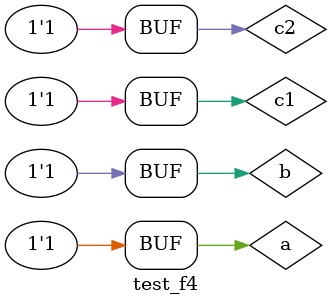
<source format=v>



module f4 (output s,
           input  a,
           input  b,
           input  c1, input c2);

wire temp[0:8];

 or   OR1  (temp[0], a,b);
 nor  NOR1 (temp[1], a,b);
 xor  XOR1 (temp[2], a,b);
 xnor XNOR1(temp[3], a,b);
// USAR PORTA not PARA ~c1, ~c2 TAMBEM
 and AND1(temp[4],  ~c1,~c2,temp[0]);
 and AND2(temp[5],  ~c1, c2,temp[1]);
 and AND3(temp[6],   c1, c2,temp[2]);
 and AND4(temp[7],   c1, c2,temp[3]);

 or OR2(temp[8], temp[4],temp[5],temp[6],temp[7]);

 assign s = temp[8];

endmodule


module test_f4;

// ------------------------- definir dados
reg  a;
reg  b;
reg  c1;
reg  c2;
wire s;

f4 modulo (s, a,b,c1,c2);


initial begin:start
  a=0;b=0;  c1=0;c2=0;
end


// ------------------------- parte principal
initial begin:main
  $display("Exemplo0034 - Davidson Francis - 466499");
  $display("Test LU's module");
  
  $display("a  b  chave  saida");
  $monitor("%b  %b  %b %b     %b", a,b,c1,c2, s);
 
  #1 a = 0; b = 0;   c1 = 0; c2=0;
  #1 a = 0; b = 0;   c1 = 0; c2=1;
  #1 a = 0; b = 0;   c1 = 1; c2=0;
  #1 a = 0; b = 0;   c1 = 1; c2=1;
  #1 a = 0; b = 1;   c1 = 0; c2=0;
  #1 a = 0; b = 1;   c1 = 0; c2=1;
  #1 a = 0; b = 1;   c1 = 1; c2=0;
  #1 a = 0; b = 1;   c1 = 1; c2=1;
  
  #1 a = 1; b = 0;   c1 = 0; c2=0;
  #1 a = 1; b = 0;   c1 = 0; c2=1;
  #1 a = 1; b = 0;   c1 = 1; c2=0;
  #1 a = 1; b = 0;   c1 = 1; c2=1;
  #1 a = 1; b = 1;   c1 = 0; c2=0;
  #1 a = 1; b = 1;   c1 = 0; c2=1;
  #1 a = 1; b = 1;   c1 = 1; c2=0;
  #1 a = 1; b = 1;   c1 = 1; c2=1;
end
endmodule

</source>
